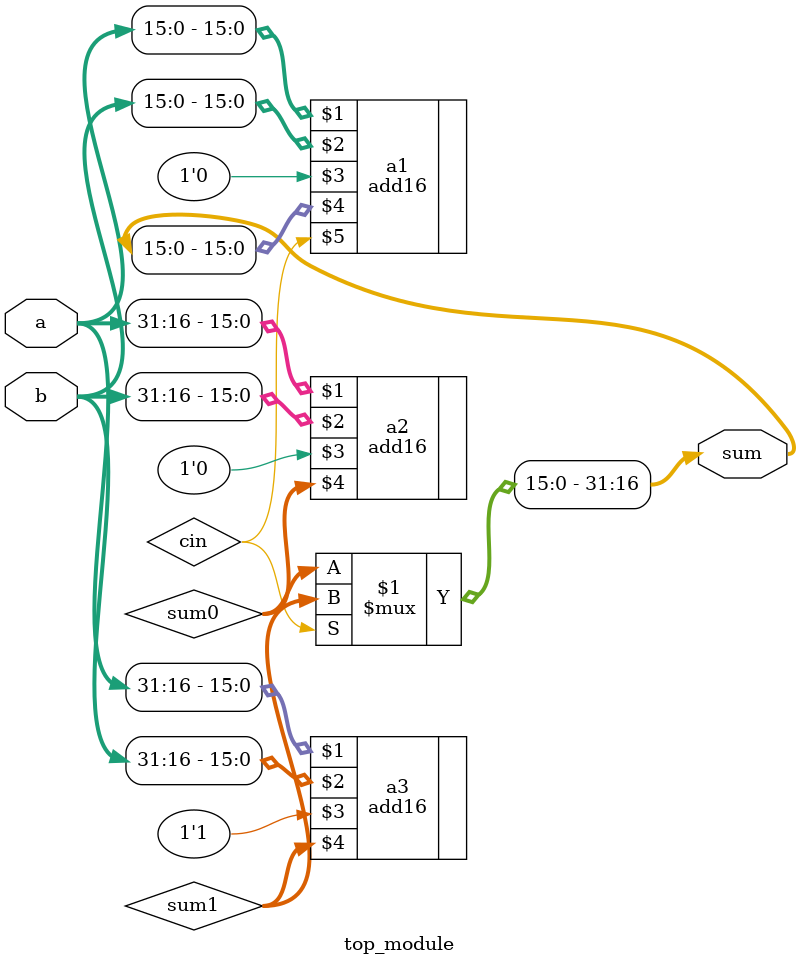
<source format=v>
module top_module(
    input [31:0] a,
    input [31:0] b,
    output [31:0] sum
);

    reg cin;
    wire [15:0] sum1,sum0;
    add16 a1 (a[15:0],b[15:0],1'b0,sum[15:0],cin);
    add16 a2 (a[31:16],b[31:16],1'b0, sum0[15:0]);
    add16 a3 (a[31:16],b[31:16],1'b1, sum1[15:0]);
    
    assign sum [31:16]=cin?sum1:sum0;
    
    
endmodule

</source>
